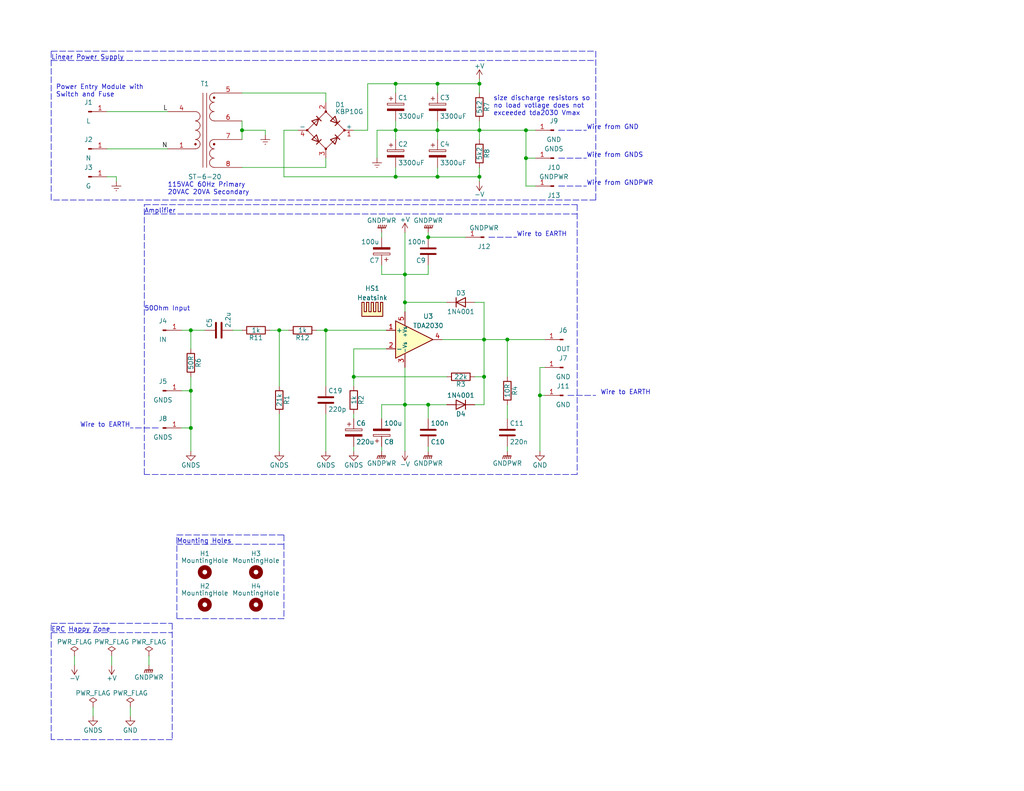
<source format=kicad_sch>
(kicad_sch (version 20211123) (generator eeschema)
  (paper "A")
  (title_block (title "Function Generator Amplifier") (company "erry Leuams"))
  (lib_symbols
    (symbol "Amplifier_Audio:TDA2030" (pin_names (offset 0.127))
      (property "Reference" "U" (at 3.81 6.35 0))
      (property "Value" "TDA2030" (at 3.81 3.81 0))
      (symbol "TDA2030_0_1"
        (polyline (pts (xy -5.08 5.08) (xy 5.08 0) (xy -5.08 -5.08) (xy -5.08 5.08)) (stroke (width 0.254)) (fill (type background)))
      )
      (symbol "TDA2030_1_1"
        (pin input line (at -7.62 2.54 0) (length 2.54) (name "+") (number "1"))
        (pin input line (at -7.62 -2.54 0) (length 2.54) (name "-") (number "2"))
        (pin power_in line (at -2.54 -7.62 90) (length 3.81) (name "-Vs") (number "3"))
        (pin output line (at 7.62 0 180) (length 2.54) (name "~") (number "4"))
        (pin power_in line (at -2.54 7.62 270) (length 3.81) (name "+Vs") (number "5"))
      )
    )
    (symbol "Connector:Conn_01x01_Male" (pin_names (offset 1.016) hide)
      (property "Reference" "J" (at 0 2.54 0))
      (property "Value" "Conn_01x01_Male" (at 0 -2.54 0))
      (symbol "Conn_01x01_Male_1_1"
        (polyline (pts (xy 1.27 0) (xy 0.8636 0)) (stroke (width 0.1524)))
        (rectangle (start 0.8636 0.127) (end 0 -0.127) (stroke (width 0.1524)) (fill (type outline)))
        (pin passive line (at 5.08 0 180) (length 3.81) (name "Pin_1") (number "1"))
      )
    )
    (symbol "Device:C" (pin_numbers hide) (pin_names (offset 0.254))
      (property "Reference" "C" (at 0.635 2.54 0))
      (property "Value" "C" (at 0.635 -2.54 0))
      (symbol "C_0_1"
        (polyline (pts (xy -2.032 -0.762) (xy 2.032 -0.762)) (stroke (width 0.508)))
        (polyline (pts (xy -2.032 0.762) (xy 2.032 0.762)) (stroke (width 0.508)))
      )
      (symbol "C_1_1"
        (pin passive line (at 0 3.81 270) (length 2.794) (name "~") (number "1"))
        (pin passive line (at 0 -3.81 90) (length 2.794) (name "~") (number "2"))
      )
    )
    (symbol "Device:CP" (pin_numbers hide) (pin_names (offset 0.254))
      (property "Reference" "C" (at 0.635 2.54 0))
      (property "Value" "Device_CP" (at 0.635 -2.54 0))
      (symbol "CP_0_1"
        (rectangle (start -2.286 0.508) (end 2.286 1.016))
        (polyline (pts (xy -1.778 2.286) (xy -0.762 2.286)))
        (polyline (pts (xy -1.27 2.794) (xy -1.27 1.778)))
        (rectangle (start 2.286 -0.508) (end -2.286 -1.016) (fill (type outline)))
      )
      (symbol "CP_1_1"
        (pin passive line (at 0 3.81 270) (length 2.794) (name "~") (number "1"))
        (pin passive line (at 0 -3.81 90) (length 2.794) (name "~") (number "2"))
      )
    )
    (symbol "Device:D_Bridge_+AA-" (pin_names (offset 0))
      (property "Reference" "D" (at 2.54 6.985 0))
      (property "Value" "D_Bridge_+AA-" (at 2.54 5.08 0))
      (symbol "D_Bridge_+AA-_0_1"
        (circle (center -5.08 0) (radius 0.254) (fill (type outline)))
        (circle (center 0 -5.08) (radius 0.254) (fill (type outline)))
        (polyline (pts (xy -2.54 3.81) (xy -1.27 2.54)) (stroke (width 0.254)))
        (polyline (pts (xy -1.27 -2.54) (xy -2.54 -3.81)) (stroke (width 0.254)))
        (polyline (pts (xy 2.54 -1.27) (xy 3.81 -2.54)) (stroke (width 0.254)))
        (polyline (pts (xy 2.54 1.27) (xy 3.81 2.54)) (stroke (width 0.254)))
        (polyline (pts (xy -3.81 2.54) (xy -2.54 1.27) (xy -1.905 3.175) (xy -3.81 2.54)) (stroke (width 0.254)))
        (polyline (pts (xy -2.54 -1.27) (xy -3.81 -2.54) (xy -1.905 -3.175) (xy -2.54 -1.27)) (stroke (width 0.254)))
        (polyline (pts (xy 1.27 2.54) (xy 2.54 3.81) (xy 3.175 1.905) (xy 1.27 2.54)) (stroke (width 0.254)))
        (polyline (pts (xy 3.175 -1.905) (xy 1.27 -2.54) (xy 2.54 -3.81) (xy 3.175 -1.905)) (stroke (width 0.254)))
        (polyline (pts (xy -5.08 0) (xy 0 -5.08) (xy 5.08 0) (xy 0 5.08) (xy -5.08 0)))
        (circle (center 0 5.08) (radius 0.254) (fill (type outline)))
        (circle (center 5.08 0) (radius 0.254) (fill (type outline)))
      )
      (symbol "D_Bridge_+AA-_1_1"
        (pin passive line (at 7.62 0 180) (length 2.54) (name "+") (number "1"))
        (pin passive line (at 0 7.62 270) (length 2.54) (name "~") (number "2"))
        (pin passive line (at 0 -7.62 90) (length 2.54) (name "~") (number "3"))
        (pin passive line (at -7.62 0 0) (length 2.54) (name "-") (number "4"))
      )
    )
    (symbol "Device:R" (pin_numbers hide) (pin_names (offset 0))
      (property "Reference" "R" (at 2.032 0 90))
      (property "Value" "R" (at 0 0 90))
      (symbol "R_0_1"
        (rectangle (start -1.016 -2.54) (end 1.016 2.54) (stroke (width 0.254)))
      )
      (symbol "R_1_1"
        (pin passive line (at 0 3.81 270) (length 1.27) (name "~") (number "1"))
        (pin passive line (at 0 -3.81 90) (length 1.27) (name "~") (number "2"))
      )
    )
    (symbol "Diode:1N4001" (pin_numbers hide) (pin_names (offset 1.016) hide)
      (property "Reference" "D" (at 0 2.54 0))
      (property "Value" "1N4001" (at 0 -2.54 0))
      (symbol "1N4001_0_1"
        (polyline (pts (xy -1.27 1.27) (xy -1.27 -1.27)) (stroke (width 0.254)))
        (polyline (pts (xy 1.27 0) (xy -1.27 0)))
        (polyline (pts (xy 1.27 1.27) (xy 1.27 -1.27) (xy -1.27 0) (xy 1.27 1.27)) (stroke (width 0.254)))
      )
      (symbol "1N4001_1_1"
        (pin passive line (at -3.81 0 0) (length 2.54) (name "K") (number "1"))
        (pin passive line (at 3.81 0 180) (length 2.54) (name "A") (number "2"))
      )
    )
    (symbol "Mechanical:Heatsink" (pin_names (offset 1.016))
      (property "Reference" "HS" (at 0 5.08 0))
      (property "Value" "Heatsink" (at 0 -1.27 0))
      (symbol "Heatsink_0_1"
        (polyline (pts (xy -0.3302 1.27) (xy -0.9652 1.27) (xy -0.9652 3.81) (xy -1.6002 3.81) (xy -1.6002 1.27) (xy -2.2352 1.27) (xy -2.2352 3.81) (xy -2.8702 3.81) (xy -2.8702 0) (xy -0.9652 0)) (stroke (width 0.254)) (fill (type background)))
        (polyline (pts (xy -0.3302 1.27) (xy -0.3302 3.81) (xy 0.3048 3.81) (xy 0.3048 1.27) (xy 0.9398 1.27) (xy 0.9398 3.81) (xy 1.5748 3.81) (xy 1.5748 1.27) (xy 2.2098 1.27) (xy 2.2098 3.81) (xy 2.8448 3.81) (xy 2.8448 0) (xy -0.9652 0)) (stroke (width 0.254)) (fill (type background)))
      )
    )
    (symbol "Mechanical:MountingHole" (pin_names (offset 1.016))
      (property "Reference" "H" (at 0 5.08 0))
      (property "Value" "MountingHole" (at 0 3.175 0))
      (symbol "MountingHole_0_1"
        (circle (center 0 0) (radius 1.27) (stroke (width 1.27)))
      )
    )
    (symbol "pl_power:+V" (power) (pin_names (offset 0))
      (property "Value" "+V" (at 0 3.556 0))
      (symbol "+V_0_1"
        (polyline (pts (xy -0.762 1.27) (xy 0 2.54)))
        (polyline (pts (xy 0 0) (xy 0 2.54)))
        (polyline (pts (xy 0 2.54) (xy 0.762 1.27)))
      )
      (symbol "+V_1_1"
        (pin power_in line (at 0 0 90) (length 0) hide (name "+V") (number "1"))
      )
    )
    (symbol "pl_power:-V" (power) (pin_names (offset 0))
      (property "Value" "-V" (at 0 3.556 0))
      (symbol "-V_0_1"
        (polyline (pts (xy -0.762 1.27) (xy 0 2.54)))
        (polyline (pts (xy 0 0) (xy 0 2.54)))
        (polyline (pts (xy 0 2.54) (xy 0.762 1.27)))
      )
      (symbol "-V_1_1"
        (pin power_in line (at 0 0 90) (length 0) hide (name "-V") (number "1"))
      )
    )
    (symbol "pl_xformer:Signal_Transfromer_ST_Series" (pin_names (offset 1.016) hide)
      (property "Reference" "T" (at 0 12.7 0))
      (property "Value" "Signal_Transfromer_ST_Series" (at 0 -12.7 0))
      (symbol "Signal_Transfromer_ST_Series_0_1"
        (arc (start -2.54 -5.0546) (mid -1.6599 -4.6901) (end -1.27 -3.81))
        (circle (center -2.54 -3.81) (radius 0.254) (fill (type outline)))
        (arc (start -2.54 -2.5146) (mid -1.6599 -2.1501) (end -1.27 -1.27))
        (arc (start -2.54 0.0254) (mid -1.6599 0.3899) (end -1.27 1.27))
        (arc (start -2.54 2.5654) (mid -1.6599 2.9299) (end -1.27 3.81))
        (arc (start -1.27 -3.81) (mid -1.642 -2.912) (end -2.54 -2.54))
        (arc (start -1.27 -1.27) (mid -1.642 -0.372) (end -2.54 0))
        (arc (start -1.27 1.27) (mid -1.642 2.168) (end -2.54 2.54))
        (arc (start -1.27 3.81) (mid -1.642 4.708) (end -2.54 5.08))
        (polyline (pts (xy -0.508 -10.16) (xy -0.508 10.16)))
        (polyline (pts (xy 0.508 10.16) (xy 0.508 -10.16)))
        (arc (start 1.2954 -8.89) (mid 1.6599 -9.7701) (end 2.54 -10.1346))
        (arc (start 1.2954 -6.35) (mid 1.6599 -7.2301) (end 2.54 -7.5946))
        (arc (start 1.2954 -3.81) (mid 1.6599 -4.6901) (end 2.54 -5.0546))
        (arc (start 1.2954 3.81) (mid 1.6599 2.9299) (end 2.54 2.5654))
        (arc (start 1.2954 6.35) (mid 1.6599 5.4699) (end 2.54 5.1054))
        (arc (start 1.2954 8.89) (mid 1.6599 8.0099) (end 2.54 7.6454))
        (arc (start 2.54 -7.62) (mid 1.642 -7.992) (end 1.2954 -8.89))
        (arc (start 2.54 -5.08) (mid 1.642 -5.452) (end 1.2954 -6.35))
        (circle (center 2.54 -3.81) (radius 0.254) (fill (type outline)))
        (arc (start 2.54 -2.54) (mid 1.642 -2.912) (end 1.2954 -3.81))
        (arc (start 2.54 5.08) (mid 1.642 4.708) (end 1.2954 3.81))
        (arc (start 2.54 7.62) (mid 1.642 7.248) (end 1.2954 6.35))
        (circle (center 2.54 8.89) (radius 0.254) (fill (type outline)))
        (arc (start 2.54 10.16) (mid 1.642 9.788) (end 1.2954 8.89))
      )
      (symbol "Signal_Transfromer_ST_Series_1_1"
        (pin passive line (at -10.16 -5.08 0) (length 7.62) (name "AA") (number "1"))
        (pin passive line (at -10.16 5.08 0) (length 7.62) (name "AB") (number "4"))
        (pin passive line (at 10.16 10.16 180) (length 7.62) (name "SA") (number "5"))
        (pin passive line (at 10.16 2.54 180) (length 7.62) (name "SB") (number "6"))
        (pin passive line (at 10.16 -2.54 180) (length 7.62) (name "SC") (number "7"))
        (pin passive line (at 10.16 -10.16 180) (length 7.62) (name "SD") (number "8"))
      )
    )
    (symbol "power:Earth" (power) (pin_names (offset 0))
      (symbol "Earth_0_1"
        (polyline (pts (xy -0.635 -1.905) (xy 0.635 -1.905)))
        (polyline (pts (xy -0.127 -2.54) (xy 0.127 -2.54)))
        (polyline (pts (xy 0 -1.27) (xy 0 0)))
        (polyline (pts (xy 1.27 -1.27) (xy -1.27 -1.27)))
      )
      (symbol "Earth_1_1"
        (pin power_in line (at 0 0 270) (length 0) hide (name "Earth") (number "1"))
      )
    )
    (symbol "power:GND" (power) (pin_names (offset 0))
      (property "Value" "GND" (at 0 -3.81 0))
      (symbol "GND_0_1"
        (polyline (pts (xy 0 0) (xy 0 -1.27) (xy 1.27 -1.27) (xy 0 -2.54) (xy -1.27 -1.27) (xy 0 -1.27)))
      )
      (symbol "GND_1_1"
        (pin power_in line (at 0 0 270) (length 0) hide (name "GND") (number "1"))
      )
    )
    (symbol "power:GNDPWR" (power) (pin_names (offset 0))
      (property "Value" "GNDPWR" (at 0 -3.302 0))
      (symbol "GNDPWR_0_1"
        (polyline (pts (xy 0 -1.27) (xy 0 0)))
        (polyline (pts (xy -1.016 -1.27) (xy -1.27 -2.032) (xy -1.27 -2.032)) (stroke (width 0.2032)))
        (polyline (pts (xy -0.508 -1.27) (xy -0.762 -2.032) (xy -0.762 -2.032)) (stroke (width 0.2032)))
        (polyline (pts (xy 0 -1.27) (xy -0.254 -2.032) (xy -0.254 -2.032)) (stroke (width 0.2032)))
        (polyline (pts (xy 0.508 -1.27) (xy 0.254 -2.032) (xy 0.254 -2.032)) (stroke (width 0.2032)))
        (polyline (pts (xy 1.016 -1.27) (xy -1.016 -1.27) (xy -1.016 -1.27)) (stroke (width 0.2032)))
        (polyline (pts (xy 1.016 -1.27) (xy 0.762 -2.032) (xy 0.762 -2.032) (xy 0.762 -2.032)) (stroke (width 0.2032)))
      )
      (symbol "GNDPWR_1_1"
        (pin power_in line (at 0 0 270) (length 0) hide (name "GNDPWR") (number "1"))
      )
    )
    (symbol "power:GNDS" (power) (pin_names (offset 0))
      (property "Value" "GNDS" (at 0 -3.81 0))
      (symbol "GNDS_0_1"
        (polyline (pts (xy 0 0) (xy 0 -1.27) (xy 1.27 -1.27) (xy 0 -2.54) (xy -1.27 -1.27) (xy 0 -1.27)))
      )
      (symbol "GNDS_1_1"
        (pin power_in line (at 0 0 270) (length 0) hide (name "GNDS") (number "1"))
      )
    )
    (symbol "power:PWR_FLAG" (power) (pin_numbers hide) (pin_names (offset 0) hide)
      (property "Value" "PWR_FLAG" (at 0 3.81 0))
      (symbol "PWR_FLAG_0_0"
        (pin power_out line (at 0 0 90) (length 0) (name "pwr") (number "1"))
      )
      (symbol "PWR_FLAG_0_1"
        (polyline (pts (xy 0 0) (xy 0 1.27) (xy -1.016 1.905) (xy 0 2.54) (xy 1.016 1.905) (xy 0 1.27)))
      )
    )
  )
  (junction (at 76.2 90.17))
  (junction (at 52.07 90.17))
  (junction (at 96.52 102.87))
  (junction (at 116.84 110.49))
  (junction (at 66.04 35.56))
  (junction (at 143.51 43.18))
  (junction (at 107.95 35.56))
  (junction (at 147.32 107.95))
  (junction (at 130.81 22.86))
  (junction (at 52.07 106.68))
  (junction (at 110.49 110.49))
  (junction (at 132.08 92.71))
  (junction (at 119.38 22.86))
  (junction (at 107.95 48.26))
  (junction (at 107.95 22.86))
  (junction (at 52.07 116.84))
  (junction (at 119.38 35.56))
  (junction (at 138.43 92.71))
  (junction (at 110.49 74.93))
  (junction (at 130.81 48.26))
  (junction (at 132.08 102.87))
  (junction (at 119.38 48.26))
  (junction (at 130.81 35.56))
  (junction (at 116.84 64.77))
  (junction (at 110.49 82.55))
  (junction (at 88.9 90.17))
  (junction (at 143.51 35.56))
  (wire (pts (xy 119.38 35.56) (xy 130.81 35.56)))
  (wire (pts (xy 88.9 25.4) (xy 88.9 27.94)))
  (wire (pts (xy 132.08 82.55) (xy 132.08 92.71)))
  (wire (pts (xy 147.32 107.95) (xy 147.32 100.33)))
  (polyline (pts (xy 157.48 129.54) (xy 39.37 129.54)))
  (wire (pts (xy 138.43 92.71) (xy 132.08 92.71)))
  (wire (pts (xy 132.08 92.71) (xy 132.08 102.87)))
  (wire (pts (xy 29.21 30.48) (xy 45.72 30.48)))
  (wire (pts (xy 86.36 90.17) (xy 88.9 90.17)))
  (polyline (pts (xy 39.37 58.42) (xy 157.48 58.42)))
  (wire (pts (xy 119.38 45.72) (xy 119.38 48.26)))
  (wire (pts (xy 40.64 179.07) (xy 40.64 181.61)))
  (wire (pts (xy 96.52 114.3) (xy 96.52 113.03)))
  (wire (pts (xy 132.08 102.87) (xy 129.54 102.87)))
  (wire (pts (xy 66.04 35.56) (xy 72.39 35.56)))
  (wire (pts (xy 72.39 35.56) (xy 72.39 36.83)))
  (wire (pts (xy 96.52 105.41) (xy 96.52 102.87)))
  (wire (pts (xy 110.49 63.5) (xy 110.49 74.93)))
  (wire (pts (xy 104.14 123.19) (xy 104.14 121.92)))
  (wire (pts (xy 52.07 102.87) (xy 52.07 106.68)))
  (wire (pts (xy 104.14 74.93) (xy 110.49 74.93)))
  (wire (pts (xy 66.04 45.72) (xy 88.9 45.72)))
  (wire (pts (xy 116.84 123.19) (xy 116.84 121.92)))
  (polyline (pts (xy 13.97 16.51) (xy 162.56 16.51)))
  (wire (pts (xy 130.81 35.56) (xy 130.81 33.02)))
  (wire (pts (xy 143.51 43.18) (xy 143.51 35.56)))
  (polyline (pts (xy 152.4 43.18) (xy 160.02 43.18)))
  (wire (pts (xy 96.52 102.87) (xy 96.52 95.25)))
  (wire (pts (xy 96.52 35.56) (xy 100.33 35.56)))
  (wire (pts (xy 107.95 48.26) (xy 107.95 45.72)))
  (polyline (pts (xy 152.4 50.8) (xy 160.02 50.8)))
  (wire (pts (xy 146.05 43.18) (xy 143.51 43.18)))
  (polyline (pts (xy 46.99 170.18) (xy 46.99 201.93)))
  (wire (pts (xy 20.32 179.07) (xy 20.32 181.61)))
  (wire (pts (xy 104.14 63.5) (xy 104.14 64.77)))
  (wire (pts (xy 35.56 193.04) (xy 35.56 195.58)))
  (wire (pts (xy 52.07 95.25) (xy 52.07 90.17)))
  (wire (pts (xy 116.84 72.39) (xy 116.84 74.93)))
  (wire (pts (xy 129.54 82.55) (xy 132.08 82.55)))
  (polyline (pts (xy 152.4 35.56) (xy 160.02 35.56)))
  (wire (pts (xy 107.95 35.56) (xy 119.38 35.56)))
  (wire (pts (xy 49.53 116.84) (xy 52.07 116.84)))
  (wire (pts (xy 102.87 43.18) (xy 102.87 35.56)))
  (wire (pts (xy 132.08 110.49) (xy 132.08 102.87)))
  (wire (pts (xy 119.38 25.4) (xy 119.38 22.86)))
  (wire (pts (xy 100.33 35.56) (xy 100.33 22.86)))
  (wire (pts (xy 107.95 38.1) (xy 107.95 35.56)))
  (wire (pts (xy 96.52 102.87) (xy 121.92 102.87)))
  (wire (pts (xy 45.72 40.64) (xy 29.21 40.64)))
  (wire (pts (xy 81.28 35.56) (xy 77.47 35.56)))
  (wire (pts (xy 31.75 48.26) (xy 31.75 49.53)))
  (wire (pts (xy 121.92 82.55) (xy 110.49 82.55)))
  (wire (pts (xy 130.81 21.59) (xy 130.81 22.86)))
  (wire (pts (xy 138.43 114.3) (xy 138.43 110.49)))
  (wire (pts (xy 104.14 74.93) (xy 104.14 72.39)))
  (wire (pts (xy 110.49 82.55) (xy 110.49 85.09)))
  (wire (pts (xy 130.81 49.53) (xy 130.81 48.26)))
  (wire (pts (xy 96.52 95.25) (xy 105.41 95.25)))
  (wire (pts (xy 143.51 50.8) (xy 143.51 43.18)))
  (wire (pts (xy 107.95 22.86) (xy 119.38 22.86)))
  (polyline (pts (xy 39.37 55.88) (xy 157.48 55.88)))
  (wire (pts (xy 121.92 110.49) (xy 116.84 110.49)))
  (wire (pts (xy 49.53 106.68) (xy 52.07 106.68)))
  (wire (pts (xy 119.38 22.86) (xy 130.81 22.86)))
  (wire (pts (xy 138.43 123.19) (xy 138.43 121.92)))
  (wire (pts (xy 88.9 123.19) (xy 88.9 113.03)))
  (wire (pts (xy 116.84 110.49) (xy 110.49 110.49)))
  (wire (pts (xy 76.2 123.19) (xy 76.2 113.03)))
  (wire (pts (xy 100.33 22.86) (xy 107.95 22.86)))
  (wire (pts (xy 96.52 121.92) (xy 96.52 123.19)))
  (wire (pts (xy 30.48 179.07) (xy 30.48 181.61)))
  (polyline (pts (xy 48.26 168.91) (xy 48.26 146.05)))
  (wire (pts (xy 130.81 22.86) (xy 130.81 25.4)))
  (wire (pts (xy 147.32 123.19) (xy 147.32 107.95)))
  (wire (pts (xy 148.59 92.71) (xy 138.43 92.71)))
  (wire (pts (xy 52.07 123.19) (xy 52.07 116.84)))
  (polyline (pts (xy 13.97 201.93) (xy 13.97 170.18)))
  (wire (pts (xy 88.9 105.41) (xy 88.9 90.17)))
  (polyline (pts (xy 77.47 146.05) (xy 77.47 168.91)))
  (wire (pts (xy 116.84 74.93) (xy 110.49 74.93)))
  (wire (pts (xy 104.14 110.49) (xy 110.49 110.49)))
  (polyline (pts (xy 13.97 170.18) (xy 46.99 170.18)))
  (wire (pts (xy 120.65 92.71) (xy 132.08 92.71)))
  (wire (pts (xy 116.84 63.5) (xy 116.84 64.77)))
  (wire (pts (xy 146.05 50.8) (xy 143.51 50.8)))
  (wire (pts (xy 107.95 48.26) (xy 119.38 48.26)))
  (wire (pts (xy 88.9 45.72) (xy 88.9 43.18)))
  (wire (pts (xy 138.43 102.87) (xy 138.43 92.71)))
  (polyline (pts (xy 13.97 172.72) (xy 46.99 172.72)))
  (wire (pts (xy 127 64.77) (xy 116.84 64.77)))
  (wire (pts (xy 77.47 35.56) (xy 77.47 48.26)))
  (wire (pts (xy 76.2 90.17) (xy 73.66 90.17)))
  (wire (pts (xy 29.21 48.26) (xy 31.75 48.26)))
  (wire (pts (xy 63.5 90.17) (xy 66.04 90.17)))
  (wire (pts (xy 107.95 35.56) (xy 107.95 33.02)))
  (wire (pts (xy 130.81 48.26) (xy 130.81 45.72)))
  (wire (pts (xy 116.84 114.3) (xy 116.84 110.49)))
  (wire (pts (xy 52.07 116.84) (xy 52.07 106.68)))
  (wire (pts (xy 119.38 38.1) (xy 119.38 35.56)))
  (wire (pts (xy 66.04 35.56) (xy 66.04 38.1)))
  (wire (pts (xy 104.14 114.3) (xy 104.14 110.49)))
  (polyline (pts (xy 46.99 201.93) (xy 13.97 201.93)))
  (polyline (pts (xy 162.56 13.97) (xy 162.56 54.61)))
  (polyline (pts (xy 154.94 107.95) (xy 162.56 107.95)))
  (wire (pts (xy 110.49 74.93) (xy 110.49 82.55)))
  (wire (pts (xy 148.59 107.95) (xy 147.32 107.95)))
  (wire (pts (xy 143.51 35.56) (xy 146.05 35.56)))
  (wire (pts (xy 25.4 193.04) (xy 25.4 195.58)))
  (polyline (pts (xy 133.35 64.77) (xy 140.97 64.77)))
  (wire (pts (xy 77.47 48.26) (xy 107.95 48.26)))
  (polyline (pts (xy 13.97 54.61) (xy 13.97 13.97)))
  (polyline (pts (xy 162.56 54.61) (xy 13.97 54.61)))
  (wire (pts (xy 52.07 90.17) (xy 55.88 90.17)))
  (wire (pts (xy 110.49 123.19) (xy 110.49 110.49)))
  (polyline (pts (xy 13.97 13.97) (xy 162.56 13.97)))
  (wire (pts (xy 147.32 100.33) (xy 148.59 100.33)))
  (polyline (pts (xy 39.37 129.54) (xy 39.37 55.88)))
  (wire (pts (xy 110.49 110.49) (xy 110.49 100.33)))
  (wire (pts (xy 119.38 35.56) (xy 119.38 33.02)))
  (wire (pts (xy 66.04 33.02) (xy 66.04 35.56)))
  (wire (pts (xy 66.04 25.4) (xy 88.9 25.4)))
  (wire (pts (xy 88.9 90.17) (xy 105.41 90.17)))
  (wire (pts (xy 52.07 90.17) (xy 49.53 90.17)))
  (polyline (pts (xy 43.18 116.84) (xy 35.56 116.84)))
  (wire (pts (xy 102.87 35.56) (xy 107.95 35.56)))
  (polyline (pts (xy 157.48 55.88) (xy 157.48 129.54)))
  (wire (pts (xy 130.81 35.56) (xy 143.51 35.56)))
  (wire (pts (xy 130.81 38.1) (xy 130.81 35.56)))
  (wire (pts (xy 129.54 110.49) (xy 132.08 110.49)))
  (wire (pts (xy 76.2 105.41) (xy 76.2 90.17)))
  (polyline (pts (xy 48.26 148.59) (xy 77.47 148.59)))
  (wire (pts (xy 119.38 48.26) (xy 130.81 48.26)))
  (wire (pts (xy 107.95 22.86) (xy 107.95 25.4)))
  (wire (pts (xy 76.2 90.17) (xy 78.74 90.17)))
  (polyline (pts (xy 48.26 146.05) (xy 77.47 146.05)))
  (polyline (pts (xy 77.47 168.91) (xy 48.26 168.91)))
  (text "Linear Power Supply" (at 13.97 16.51 0) (effects (font (size 1.27 1.27)) (justify left bottom)))
  (text "size discharge resistors so \nno load votlage does not \nexceeded tda2030 Vmax" (at 134.62 31.75 0) (effects (font (size 1.27 1.27)) (justify left bottom)))
  (text "Amplifier" (at 39.37 58.42 0) (effects (font (size 1.27 1.27)) (justify left bottom)))
  (text "Wire to EARTH" (at 35.56 116.84 180) (effects (font (size 1.27 1.27)) (justify right bottom)))
  (text "Wire to EARTH" (at 140.97 64.77 0) (effects (font (size 1.27 1.27)) (justify left bottom)))
  (text "Mounting Holes" (at 48.26 148.59 0) (effects (font (size 1.27 1.27)) (justify left bottom)))
  (text "Wire from GNDPWR" (at 160.02 50.8 0) (effects (font (size 1.27 1.27)) (justify left bottom)))
  (text "ERC Happy Zone" (at 13.97 172.72 0) (effects (font (size 1.27 1.27)) (justify left bottom)))
  (text "115VAC 60Hz Primary\n20VAC 20VA Secondary" (at 45.72 53.34 0) (effects (font (size 1.27 1.27)) (justify left bottom)))
  (text "Power Entry Module with\nSwitch and Fuse" (at 15.24 26.67 0) (effects (font (size 1.27 1.27)) (justify left bottom)))
  (text "50Ohm Input" (at 39.37 85.09 0) (effects (font (size 1.27 1.27)) (justify left bottom)))
  (text "Wire to EARTH" (at 163.83 107.95 0) (effects (font (size 1.27 1.27)) (justify left bottom)))
  (text "Wire from GND" (at 160.02 35.56 0) (effects (font (size 1.27 1.27)) (justify left bottom)))
  (text "Wire from GNDS" (at 160.02 43.18 0) (effects (font (size 1.27 1.27)) (justify left bottom)))
  (label "N" (at 45.72 40.64 180))
  (label "L" (at 45.72 30.48 180))
  (symbol (lib_id "Amplifier_Audio:TDA2030") (at 113.03 92.71 0) (unit 1)
    (property "Reference" "U3" (at 116.84 86.36 0))
    (property "Value" "TDA2030" (at 116.84 88.9 0))
    (property "Footprint" "Package_TO_SOT_THT:TO-220-5_P3.4x3.7mm_StaggerOdd_Lead3.8mm_Vertical" (effects hide))
    (property "Datasheet" "http://www.st.com/resource/en/datasheet/cd00000128.pdf" (effects hide))
  )
  (symbol (lib_id "Device:C") (at 59.69 90.17 90) (unit 1)
    (property "Reference" "C5" (at 57.15 89.535 0) (effects (justify left)))
    (property "Value" "2.2u" (at 62.23 89.535 0) (effects (justify left)))
    (property "Footprint" "Capacitor_THT:C_Rect_L31.5mm_W11.0mm_P27.50mm_MKS4" (effects hide))
  )
  (symbol (lib_id "Device:CP") (at 104.14 68.58 180) (unit 1)
    (property "Reference" "C7" (at 103.505 71.12 0) (effects (justify left)))
    (property "Value" "100u" (at 103.505 66.04 0) (effects (justify left)))
    (property "Footprint" "Capacitor_THT:CP_Radial_D8.0mm_P3.80mm" (effects hide))
  )
  (symbol (lib_id "Device:CP") (at 96.52 118.11 0) (unit 1)
    (property "Reference" "C6" (at 97.155 115.57 0) (effects (justify left)))
    (property "Value" "220u" (at 97.155 120.65 0) (effects (justify left)))
    (property "Footprint" "Capacitor_THT:CP_Radial_D8.0mm_P3.80mm" (effects hide))
  )
  (symbol (lib_id "Device:C") (at 116.84 68.58 180) (unit 1)
    (property "Reference" "C9" (at 116.205 71.12 0) (effects (justify left)))
    (property "Value" "100n" (at 116.205 66.04 0) (effects (justify left)))
    (property "Footprint" "Capacitor_THT:C_Rect_L13.0mm_W4.0mm_P10.00mm_FKS3_FKP3_MKS4" (effects hide))
  )
  (symbol (lib_id "Device:C") (at 138.43 118.11 0) (unit 1)
    (property "Reference" "C11" (at 139.065 115.57 0) (effects (justify left)))
    (property "Value" "220n" (at 139.065 120.65 0) (effects (justify left)))
    (property "Footprint" "Capacitor_THT:C_Rect_L13.0mm_W8.0mm_P10.00mm_FKS3_FKP3_MKS4" (effects hide))
  )
  (symbol (lib_id "Device:R") (at 76.2 109.22 0) (unit 1)
    (property "Reference" "R1" (at 78.232 109.22 90))
    (property "Value" "21k" (at 76.2 109.22 90))
    (property "Footprint" "Resistor_THT:R_Axial_DIN0207_L6.3mm_D2.5mm_P10.16mm_Horizontal" (effects hide))
  )
  (symbol (lib_id "Device:R") (at 96.52 109.22 0) (unit 1)
    (property "Reference" "R2" (at 98.552 109.22 90))
    (property "Value" "1k" (at 96.52 109.22 90))
    (property "Footprint" "Resistor_THT:R_Axial_DIN0207_L6.3mm_D2.5mm_P10.16mm_Horizontal" (effects hide))
  )
  (symbol (lib_id "Device:C") (at 116.84 118.11 0) (mirror x) (unit 1)
    (property "Reference" "C10" (at 117.475 120.65 0) (effects (justify left)))
    (property "Value" "100n" (at 117.475 115.57 0) (effects (justify left)))
    (property "Footprint" "Capacitor_THT:C_Rect_L13.0mm_W4.0mm_P10.00mm_FKS3_FKP3_MKS4" (effects hide))
  )
  (symbol (lib_id "Device:CP") (at 104.14 118.11 0) (mirror x) (unit 1)
    (property "Reference" "C8" (at 104.775 120.65 0) (effects (justify left)))
    (property "Value" "100u" (at 104.775 115.57 0) (effects (justify left)))
    (property "Footprint" "Capacitor_THT:CP_Radial_D8.0mm_P3.80mm" (effects hide))
  )
  (symbol (lib_id "Device:R") (at 125.73 102.87 270) (unit 1)
    (property "Reference" "R3" (at 125.73 104.902 90))
    (property "Value" "22k" (at 125.73 102.87 90))
    (property "Footprint" "Resistor_THT:R_Axial_DIN0207_L6.3mm_D2.5mm_P10.16mm_Horizontal" (effects hide))
  )
  (symbol (lib_id "Diode:1N4001") (at 125.73 110.49 180) (unit 1)
    (property "Reference" "D4" (at 125.73 113.03 0))
    (property "Value" "1N4001" (at 125.73 107.95 0))
    (property "Footprint" "Diode_THT:D_DO-41_SOD81_P10.16mm_Horizontal" (effects hide))
    (property "Datasheet" "http://www.vishay.com/docs/88503/1n4001.pdf" (effects hide))
  )
  (symbol (lib_id "Diode:1N4001") (at 125.73 82.55 0) (unit 1)
    (property "Reference" "D3" (at 125.73 80.01 0))
    (property "Value" "1N4001" (at 125.73 85.09 0))
    (property "Footprint" "Diode_THT:D_DO-41_SOD81_P10.16mm_Horizontal" (effects hide))
    (property "Datasheet" "http://www.vishay.com/docs/88503/1n4001.pdf" (effects hide))
  )
  (symbol (lib_id "Device:R") (at 138.43 106.68 0) (unit 1)
    (property "Reference" "R4" (at 140.462 106.68 90))
    (property "Value" "10R" (at 138.43 106.68 90))
    (property "Footprint" "Resistor_THT:R_Axial_DIN0411_L9.9mm_D3.6mm_P15.24mm_Horizontal" (effects hide))
  )
  (symbol (lib_id "power:GND") (at 147.32 123.19 0) (unit 1)
    (property "Reference" "#PWR014" (effects hide))
    (property "Value" "GND" (at 147.32 127 0))
  )
  (symbol (lib_id "Device:R") (at 52.07 99.06 0) (unit 1)
    (property "Reference" "R6" (at 54.102 99.06 90))
    (property "Value" "50R" (at 52.07 99.06 90))
    (property "Footprint" "Resistor_THT:R_Axial_DIN0207_L6.3mm_D2.5mm_P10.16mm_Horizontal" (effects hide))
  )
  (symbol (lib_id "pl_xformer:Signal_Transfromer_ST_Series") (at 55.88 35.56 0) (unit 1)
    (property "Reference" "T1" (at 55.88 22.86 0))
    (property "Value" "ST-6-20" (at 55.88 48.26 0))
    (property "Footprint" "pl_Transformer:ST-6-20" (effects hide))
    (property "Datasheet" "https://belfuse.com/resources/datasheets/signaltransformer/ds-st-st-series.pdf" (effects hide))
  )
  (symbol (lib_id "Device:D_Bridge_+AA-") (at 88.9 35.56 0) (unit 1)
    (property "Reference" "D1" (at 91.44 28.575 0) (effects (justify left)))
    (property "Value" "KBP10G" (at 91.44 30.48 0) (effects (justify left)))
    (property "Footprint" "Diode_THT:Diode_Bridge_Vishay_KBPM" (effects hide))
  )
  (symbol (lib_id "Device:CP") (at 107.95 29.21 0) (unit 1)
    (property "Reference" "C1" (at 108.585 26.67 0) (effects (justify left)))
    (property "Value" "3300uF" (at 108.585 31.75 0) (effects (justify left)))
    (property "Footprint" "Capacitor_THT:CP_Radial_D18.0mm_P7.50mm" (effects hide))
  )
  (symbol (lib_id "Device:CP") (at 107.95 41.91 0) (unit 1)
    (property "Reference" "C2" (at 108.585 39.37 0) (effects (justify left)))
    (property "Value" "3300uF" (at 108.585 44.45 0) (effects (justify left)))
    (property "Footprint" "Capacitor_THT:CP_Radial_D18.0mm_P7.50mm" (effects hide))
  )
  (symbol (lib_id "Device:CP") (at 119.38 41.91 0) (unit 1)
    (property "Reference" "C4" (at 120.015 39.37 0) (effects (justify left)))
    (property "Value" "3300uF" (at 120.015 44.45 0) (effects (justify left)))
    (property "Footprint" "Capacitor_THT:CP_Radial_D18.0mm_P7.50mm" (effects hide))
  )
  (symbol (lib_id "Device:CP") (at 119.38 29.21 0) (unit 1)
    (property "Reference" "C3" (at 120.015 26.67 0) (effects (justify left)))
    (property "Value" "3300uF" (at 120.015 31.75 0) (effects (justify left)))
    (property "Footprint" "Capacitor_THT:CP_Radial_D18.0mm_P7.50mm" (effects hide))
  )
  (symbol (lib_id "Mechanical:MountingHole") (at 55.88 156.21 0) (unit 1)
    (property "Reference" "H1" (at 55.88 151.13 0))
    (property "Value" "MountingHole" (at 55.88 153.035 0))
    (property "Footprint" "MountingHole:MountingHole_3.2mm_M3" (effects hide))
  )
  (symbol (lib_id "Mechanical:MountingHole") (at 69.85 156.21 0) (unit 1)
    (property "Reference" "H3" (at 69.85 151.13 0))
    (property "Value" "MountingHole" (at 69.85 153.035 0))
    (property "Footprint" "MountingHole:MountingHole_3.2mm_M3" (effects hide))
  )
  (symbol (lib_id "Mechanical:MountingHole") (at 69.85 165.1 0) (unit 1)
    (property "Reference" "H4" (at 69.85 160.02 0))
    (property "Value" "MountingHole" (at 69.85 161.925 0))
    (property "Footprint" "MountingHole:MountingHole_3.2mm_M3" (effects hide))
  )
  (symbol (lib_id "Mechanical:MountingHole") (at 55.88 165.1 0) (unit 1)
    (property "Reference" "H2" (at 55.88 160.02 0))
    (property "Value" "MountingHole" (at 55.88 161.925 0))
    (property "Footprint" "MountingHole:MountingHole_3.2mm_M3" (effects hide))
  )
  (symbol (lib_id "pl_power:-V") (at 20.32 181.61 180) (unit 1)
    (property "Reference" "#PWR0101" (effects hide))
    (property "Value" "-V" (at 20.32 185.166 0))
  )
  (symbol (lib_id "pl_power:+V") (at 30.48 181.61 180) (unit 1)
    (property "Reference" "#PWR0102" (effects hide))
    (property "Value" "+V" (at 30.48 185.166 0))
  )
  (symbol (lib_id "power:GNDPWR") (at 40.64 181.61 0) (unit 1)
    (property "Reference" "#PWR0103" (effects hide))
    (property "Value" "GNDPWR" (at 40.64 184.912 0))
  )
  (symbol (lib_id "power:GNDS") (at 25.4 195.58 0) (unit 1)
    (property "Reference" "#PWR0104" (effects hide))
    (property "Value" "GNDS" (at 25.4 199.39 0))
  )
  (symbol (lib_id "power:GND") (at 35.56 195.58 0) (unit 1)
    (property "Reference" "#PWR0105" (effects hide))
    (property "Value" "GND" (at 35.56 199.39 0))
  )
  (symbol (lib_id "power:PWR_FLAG") (at 20.32 179.07 0) (unit 1)
    (property "Reference" "#FLG0101" (effects hide))
    (property "Value" "PWR_FLAG" (at 20.32 175.26 0))
  )
  (symbol (lib_id "power:PWR_FLAG") (at 30.48 179.07 0) (unit 1)
    (property "Reference" "#FLG0102" (effects hide))
    (property "Value" "PWR_FLAG" (at 30.48 175.26 0))
  )
  (symbol (lib_id "power:PWR_FLAG") (at 40.64 179.07 0) (unit 1)
    (property "Reference" "#FLG0103" (effects hide))
    (property "Value" "PWR_FLAG" (at 40.64 175.26 0))
  )
  (symbol (lib_id "power:PWR_FLAG") (at 25.4 193.04 0) (unit 1)
    (property "Reference" "#FLG0104" (effects hide))
    (property "Value" "PWR_FLAG" (at 25.4 189.23 0))
  )
  (symbol (lib_id "power:PWR_FLAG") (at 35.56 193.04 0) (unit 1)
    (property "Reference" "#FLG0105" (effects hide))
    (property "Value" "PWR_FLAG" (at 35.56 189.23 0))
  )
  (symbol (lib_id "pl_power:+V") (at 130.81 21.59 0) (unit 1)
    (property "Reference" "#PWR03" (effects hide))
    (property "Value" "+V" (at 130.81 18.034 0))
  )
  (symbol (lib_id "pl_power:-V") (at 130.81 49.53 180) (unit 1)
    (property "Reference" "#PWR04" (effects hide))
    (property "Value" "-V" (at 130.81 53.086 0))
  )
  (symbol (lib_id "Device:R") (at 130.81 29.21 0) (unit 1)
    (property "Reference" "R7" (at 132.842 29.21 90))
    (property "Value" "5k2" (at 130.81 29.21 90))
    (property "Footprint" "Resistor_THT:R_Axial_DIN0207_L6.3mm_D2.5mm_P10.16mm_Horizontal" (effects hide))
  )
  (symbol (lib_id "Device:R") (at 130.81 41.91 0) (unit 1)
    (property "Reference" "R8" (at 132.842 41.91 90))
    (property "Value" "5k2" (at 130.81 41.91 90))
    (property "Footprint" "Resistor_THT:R_Axial_DIN0207_L6.3mm_D2.5mm_P10.16mm_Horizontal" (effects hide))
  )
  (symbol (lib_id "Device:R") (at 82.55 90.17 270) (unit 1)
    (property "Reference" "R12" (at 82.55 92.202 90))
    (property "Value" "1k" (at 82.55 90.17 90))
    (property "Footprint" "Resistor_THT:R_Axial_DIN0207_L6.3mm_D2.5mm_P10.16mm_Horizontal" (effects hide))
  )
  (symbol (lib_id "Device:C") (at 88.9 109.22 0) (unit 1)
    (property "Reference" "C19" (at 89.535 106.68 0) (effects (justify left)))
    (property "Value" "220p" (at 89.535 111.76 0) (effects (justify left)))
    (property "Footprint" "Capacitor_THT:C_Rect_L7.2mm_W4.5mm_P5.00mm_FKS2_FKP2_MKS2_MKP2" (effects hide))
  )
  (symbol (lib_id "power:GNDS") (at 88.9 123.19 0) (unit 1)
    (property "Reference" "#PWR025" (effects hide))
    (property "Value" "GNDS" (at 88.9 127 0))
  )
  (symbol (lib_id "pl_power:+V") (at 110.49 63.5 0) (unit 1)
    (property "Reference" "#PWR011" (effects hide))
    (property "Value" "+V" (at 110.49 59.944 0))
  )
  (symbol (lib_id "pl_power:-V") (at 110.49 123.19 180) (unit 1)
    (property "Reference" "#PWR012" (effects hide))
    (property "Value" "-V" (at 110.49 126.746 0))
  )
  (symbol (lib_id "Connector:Conn_01x01_Male") (at 24.13 30.48 0) (unit 1)
    (property "Reference" "J1" (at 24.13 27.94 0))
    (property "Value" "L" (at 24.13 33.02 0))
    (property "Footprint" "pl_connector:TE_0.25in_spade_63824-1" (effects hide))
  )
  (symbol (lib_id "Connector:Conn_01x01_Male") (at 24.13 40.64 0) (unit 1)
    (property "Reference" "J2" (at 24.13 38.1 0))
    (property "Value" "N" (at 24.13 43.18 0))
    (property "Footprint" "pl_connector:TE_0.25in_spade_63824-1" (effects hide))
  )
  (symbol (lib_id "Connector:Conn_01x01_Male") (at 24.13 48.26 0) (unit 1)
    (property "Reference" "J3" (at 24.13 45.72 0))
    (property "Value" "G" (at 24.13 50.8 0))
    (property "Footprint" "pl_connector:TE_0.25in_spade_63824-1" (effects hide))
  )
  (symbol (lib_id "Connector:Conn_01x01_Male") (at 44.45 90.17 0) (unit 1)
    (property "Reference" "J4" (at 44.45 87.63 0))
    (property "Value" "IN" (at 44.45 92.71 0))
    (property "Footprint" "pl_connector:TE_0.25in_spade_63824-1" (effects hide))
  )
  (symbol (lib_id "Connector:Conn_01x01_Male") (at 44.45 106.68 0) (unit 1)
    (property "Reference" "J5" (at 44.45 104.14 0))
    (property "Value" "GNDS" (at 44.45 109.22 0))
    (property "Footprint" "pl_connector:TE_0.25in_spade_63824-1" (effects hide))
  )
  (symbol (lib_id "power:GNDPWR") (at 104.14 63.5 180) (unit 1)
    (property "Reference" "#PWR09" (effects hide))
    (property "Value" "GNDPWR" (at 104.14 60.198 0))
  )
  (symbol (lib_id "power:GNDPWR") (at 116.84 63.5 180) (unit 1)
    (property "Reference" "#PWR013" (effects hide))
    (property "Value" "GNDPWR" (at 116.84 60.198 0))
  )
  (symbol (lib_id "power:GNDPWR") (at 104.14 123.19 0) (unit 1)
    (property "Reference" "#PWR010" (effects hide))
    (property "Value" "GNDPWR" (at 104.14 126.492 0))
  )
  (symbol (lib_id "power:GNDPWR") (at 116.84 123.19 0) (unit 1)
    (property "Reference" "#PWR015" (effects hide))
    (property "Value" "GNDPWR" (at 116.84 126.492 0))
  )
  (symbol (lib_id "Connector:Conn_01x01_Male") (at 153.67 92.71 0) (mirror y) (unit 1)
    (property "Reference" "J6" (at 153.67 90.17 0))
    (property "Value" "OUT" (at 153.67 95.25 0))
    (property "Footprint" "pl_connector:TE_0.25in_spade_63824-1" (effects hide))
  )
  (symbol (lib_id "Mechanical:Heatsink") (at 101.6 86.36 0) (unit 1)
    (property "Reference" "HS1" (at 101.6 78.74 0))
    (property "Value" "Heatsink" (at 101.6 81.28 0))
    (property "Footprint" "pl_heatsink:random_psu_heatsink" (effects hide))
  )
  (symbol (lib_id "power:GNDS") (at 52.07 123.19 0) (unit 1)
    (property "Reference" "#PWR06" (effects hide))
    (property "Value" "GNDS" (at 52.07 127 0))
  )
  (symbol (lib_id "power:GNDS") (at 76.2 123.19 0) (unit 1)
    (property "Reference" "#PWR07" (effects hide))
    (property "Value" "GNDS" (at 76.2 127 0))
  )
  (symbol (lib_id "power:GNDS") (at 96.52 123.19 0) (unit 1)
    (property "Reference" "#PWR08" (effects hide))
    (property "Value" "GNDS" (at 96.52 127 0))
  )
  (symbol (lib_id "Connector:Conn_01x01_Male") (at 153.67 100.33 0) (mirror y) (unit 1)
    (property "Reference" "J7" (at 153.67 97.79 0))
    (property "Value" "GND" (at 153.67 102.87 0))
    (property "Footprint" "pl_connector:TE_0.25in_spade_63824-1" (effects hide))
  )
  (symbol (lib_id "power:GNDPWR") (at 138.43 123.19 0) (unit 1)
    (property "Reference" "#PWR016" (effects hide))
    (property "Value" "GNDPWR" (at 138.43 126.492 0))
  )
  (symbol (lib_id "Device:R") (at 69.85 90.17 270) (unit 1)
    (property "Reference" "R11" (at 69.85 92.202 90))
    (property "Value" "1k" (at 69.85 90.17 90))
    (property "Footprint" "Resistor_THT:R_Axial_DIN0207_L6.3mm_D2.5mm_P10.16mm_Horizontal" (effects hide))
  )
  (symbol (lib_id "Connector:Conn_01x01_Male") (at 151.13 35.56 0) (mirror y) (unit 1)
    (property "Reference" "J9" (at 151.13 33.02 0))
    (property "Value" "GND" (at 151.13 38.1 0))
    (property "Footprint" "pl_connector:TE_0.25in_spade_63824-1" (effects hide))
  )
  (symbol (lib_id "Connector:Conn_01x01_Male") (at 151.13 43.18 180) (unit 1)
    (property "Reference" "J10" (at 151.13 45.72 0))
    (property "Value" "GNDS" (at 151.13 40.64 0))
    (property "Footprint" "pl_connector:TE_0.25in_spade_63824-1" (effects hide))
  )
  (symbol (lib_id "Connector:Conn_01x01_Male") (at 44.45 116.84 0) (unit 1)
    (property "Reference" "J8" (at 44.45 114.3 0))
    (property "Value" "GNDS" (at 44.45 119.38 0))
    (property "Footprint" "pl_connector:TE_0.25in_spade_63824-1" (effects hide))
  )
  (symbol (lib_id "Connector:Conn_01x01_Male") (at 153.67 107.95 0) (mirror y) (unit 1)
    (property "Reference" "J11" (at 153.67 105.41 0))
    (property "Value" "GND" (at 153.67 110.49 0))
    (property "Footprint" "pl_connector:TE_0.25in_spade_63824-1" (effects hide))
  )
  (symbol (lib_id "power:Earth") (at 102.87 43.18 0) (unit 1)
    (property "Reference" "#PWR05" (effects hide))
    (property "Value" "Earth" (effects hide))
  )
  (symbol (lib_id "power:Earth") (at 72.39 36.83 0) (unit 1)
    (property "Reference" "#PWR02" (effects hide))
    (property "Value" "Earth" (effects hide))
  )
  (symbol (lib_id "Connector:Conn_01x01_Male") (at 151.13 50.8 180) (unit 1)
    (property "Reference" "J13" (at 151.13 53.34 0))
    (property "Value" "GNDPWR" (at 151.13 48.26 0))
    (property "Footprint" "pl_connector:TE_0.25in_spade_63824-1" (effects hide))
  )
  (symbol (lib_id "power:Earth") (at 31.75 49.53 0) (unit 1)
    (property "Reference" "#PWR01" (effects hide))
    (property "Value" "Earth" (effects hide))
  )
  (symbol (lib_id "Connector:Conn_01x01_Male") (at 132.08 64.77 180) (unit 1)
    (property "Reference" "J12" (at 132.08 67.31 0))
    (property "Value" "GNDPWR" (at 132.08 62.23 0))
    (property "Footprint" "pl_connector:TE_0.25in_spade_63824-1" (effects hide))
  )
)
</source>
